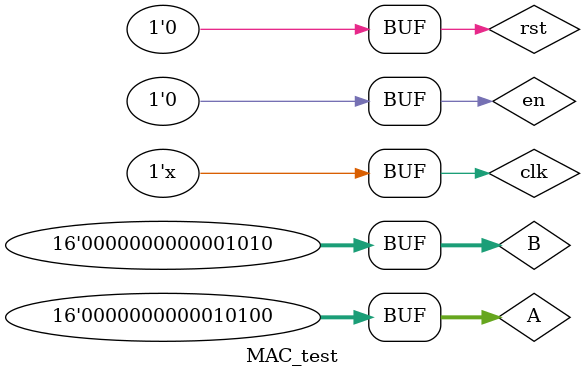
<source format=v>
`timescale 1ns / 1ps


module MAC_test;

	// Inputs
	reg [15:0] A;
	reg [15:0] B;
	reg clk;
	reg en;
	reg rst;

	// Outputs
	wire [31:0] out;

	// Instantiate the Unit Under Test (UUT)
	MAC uut (
		.A(A), 
		.B(B), 
		.clk(clk), 
		.en(en), 
		.rst(rst), 
		.out(out)
	);

	always #10 clk = !clk;
	
	initial begin
		// Initialize Inputs
		A = 0;
		B = 0;
		clk = 0;
		en = 0;
		rst = 0;

		// Wait 100 ns for global reset to finish
		#100;
		
		rst = 1;
		en = 1;
		
		# 20
		
		rst =0;
		
		A = 20;
		B = 10;
		
		# 500
		
		en = 0;
		
		
        
		// Add stimulus here

	end
      
endmodule


</source>
